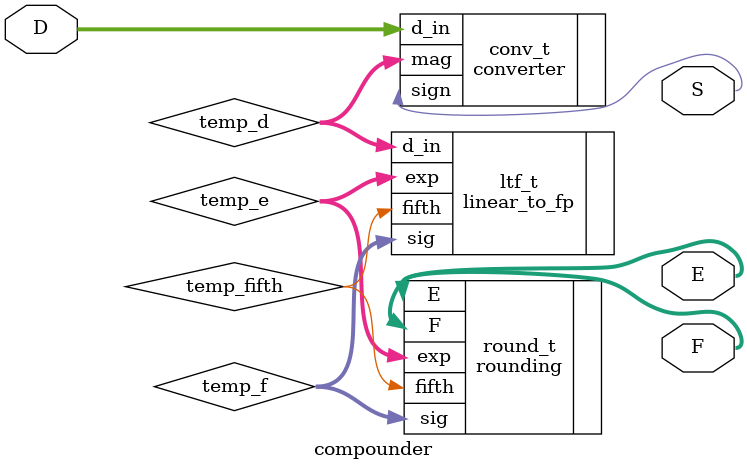
<source format=v>
`timescale 1ns / 1ps
module compounder( D, S, E, F
    );
input wire [11:0] D;
output wire S;
output wire [2:0] E;
output wire [3:0] F;

wire [11:0] temp_d;
wire [2:0] temp_e;
wire [3:0] temp_f;
wire temp_fifth;

converter conv_t(
	.d_in(D),
	.sign(S),
	.mag(temp_d)
);

linear_to_fp ltf_t(
	.d_in(temp_d),
	.exp(temp_e),
	.sig(temp_f),
	.fifth(temp_fifth)
);

rounding round_t(
	.exp(temp_e),
	.sig(temp_f),
	.fifth(temp_fifth),
	.E(E),
	.F(F)
);

endmodule

</source>
